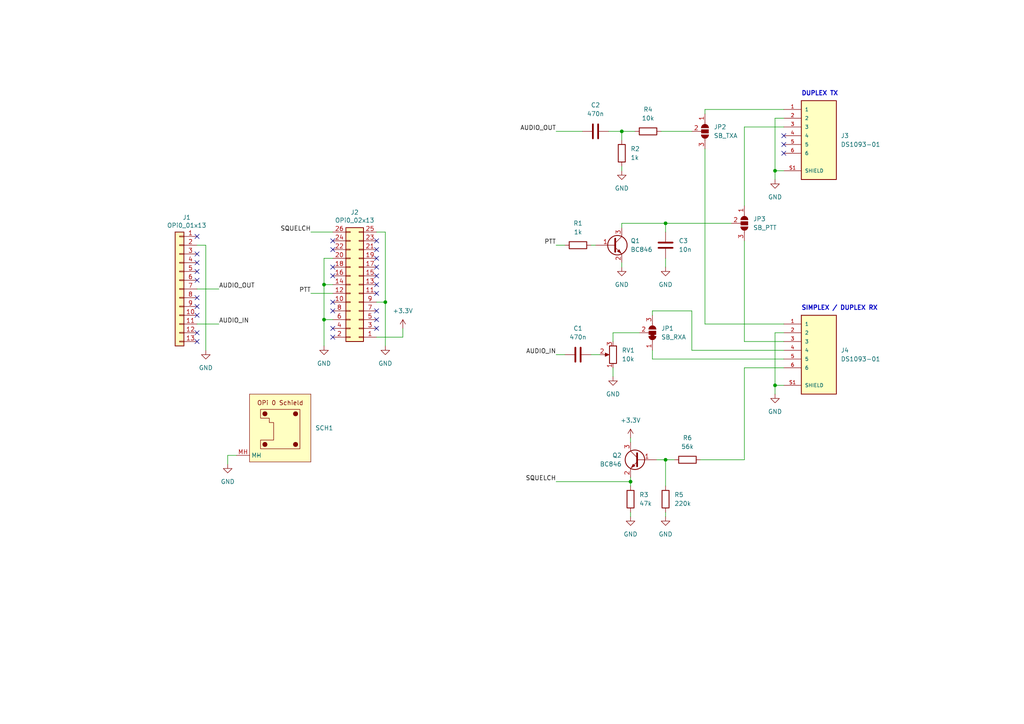
<source format=kicad_sch>
(kicad_sch (version 20230121) (generator eeschema)
  (paper "A4")
  (title_block (title "Shield OrangePi zero SvxLink") (date "2023-10-15") (rev "1.0") (comment 1 "Authors: Quentin Rahms, Alexis Moyart"))
  (lib_symbols
    (symbol "Connector_Generic:Conn_01x13" (pin_names (offset 1.016) hide)
      (property "Reference" "J" (at 0 17.78 0))
      (property "Value" "Conn_01x13" (at 0 -17.78 0))
      (symbol "Conn_01x13_1_1"
        (rectangle (start -1.27 -15.113) (end 0 -15.367) (stroke (width 0.1524)))
        (rectangle (start -1.27 -12.573) (end 0 -12.827) (stroke (width 0.1524)))
        (rectangle (start -1.27 -10.033) (end 0 -10.287) (stroke (width 0.1524)))
        (rectangle (start -1.27 -7.493) (end 0 -7.747) (stroke (width 0.1524)))
        (rectangle (start -1.27 -4.953) (end 0 -5.207) (stroke (width 0.1524)))
        (rectangle (start -1.27 -2.413) (end 0 -2.667) (stroke (width 0.1524)))
        (rectangle (start -1.27 0.127) (end 0 -0.127) (stroke (width 0.1524)))
        (rectangle (start -1.27 2.667) (end 0 2.413) (stroke (width 0.1524)))
        (rectangle (start -1.27 5.207) (end 0 4.953) (stroke (width 0.1524)))
        (rectangle (start -1.27 7.747) (end 0 7.493) (stroke (width 0.1524)))
        (rectangle (start -1.27 10.287) (end 0 10.033) (stroke (width 0.1524)))
        (rectangle (start -1.27 12.827) (end 0 12.573) (stroke (width 0.1524)))
        (rectangle (start -1.27 15.367) (end 0 15.113) (stroke (width 0.1524)))
        (rectangle (start -1.27 16.51) (end 1.27 -16.51) (stroke (width 0.254)) (fill (type background)))
        (pin passive line (at -5.08 15.24 0) (length 3.81) (name "Pin_1") (number "1"))
        (pin passive line (at -5.08 -7.62 0) (length 3.81) (name "Pin_10") (number "10"))
        (pin passive line (at -5.08 -10.16 0) (length 3.81) (name "Pin_11") (number "11"))
        (pin passive line (at -5.08 -12.7 0) (length 3.81) (name "Pin_12") (number "12"))
        (pin passive line (at -5.08 -15.24 0) (length 3.81) (name "Pin_13") (number "13"))
        (pin passive line (at -5.08 12.7 0) (length 3.81) (name "Pin_2") (number "2"))
        (pin passive line (at -5.08 10.16 0) (length 3.81) (name "Pin_3") (number "3"))
        (pin passive line (at -5.08 7.62 0) (length 3.81) (name "Pin_4") (number "4"))
        (pin passive line (at -5.08 5.08 0) (length 3.81) (name "Pin_5") (number "5"))
        (pin passive line (at -5.08 2.54 0) (length 3.81) (name "Pin_6") (number "6"))
        (pin passive line (at -5.08 0 0) (length 3.81) (name "Pin_7") (number "7"))
        (pin passive line (at -5.08 -2.54 0) (length 3.81) (name "Pin_8") (number "8"))
        (pin passive line (at -5.08 -5.08 0) (length 3.81) (name "Pin_9") (number "9"))
      )
    )
    (symbol "Connector_Generic:Conn_02x13_Odd_Even" (pin_names (offset 1.016) hide)
      (property "Reference" "J" (at 1.27 17.78 0))
      (property "Value" "Conn_02x13_Odd_Even" (at 1.27 -17.78 0))
      (symbol "Conn_02x13_Odd_Even_1_1"
        (rectangle (start -1.27 -15.113) (end 0 -15.367) (stroke (width 0.1524)))
        (rectangle (start -1.27 -12.573) (end 0 -12.827) (stroke (width 0.1524)))
        (rectangle (start -1.27 -10.033) (end 0 -10.287) (stroke (width 0.1524)))
        (rectangle (start -1.27 -7.493) (end 0 -7.747) (stroke (width 0.1524)))
        (rectangle (start -1.27 -4.953) (end 0 -5.207) (stroke (width 0.1524)))
        (rectangle (start -1.27 -2.413) (end 0 -2.667) (stroke (width 0.1524)))
        (rectangle (start -1.27 0.127) (end 0 -0.127) (stroke (width 0.1524)))
        (rectangle (start -1.27 2.667) (end 0 2.413) (stroke (width 0.1524)))
        (rectangle (start -1.27 5.207) (end 0 4.953) (stroke (width 0.1524)))
        (rectangle (start -1.27 7.747) (end 0 7.493) (stroke (width 0.1524)))
        (rectangle (start -1.27 10.287) (end 0 10.033) (stroke (width 0.1524)))
        (rectangle (start -1.27 12.827) (end 0 12.573) (stroke (width 0.1524)))
        (rectangle (start -1.27 15.367) (end 0 15.113) (stroke (width 0.1524)))
        (rectangle (start -1.27 16.51) (end 3.81 -16.51) (stroke (width 0.254)) (fill (type background)))
        (rectangle (start 3.81 -15.113) (end 2.54 -15.367) (stroke (width 0.1524)))
        (rectangle (start 3.81 -12.573) (end 2.54 -12.827) (stroke (width 0.1524)))
        (rectangle (start 3.81 -10.033) (end 2.54 -10.287) (stroke (width 0.1524)))
        (rectangle (start 3.81 -7.493) (end 2.54 -7.747) (stroke (width 0.1524)))
        (rectangle (start 3.81 -4.953) (end 2.54 -5.207) (stroke (width 0.1524)))
        (rectangle (start 3.81 -2.413) (end 2.54 -2.667) (stroke (width 0.1524)))
        (rectangle (start 3.81 0.127) (end 2.54 -0.127) (stroke (width 0.1524)))
        (rectangle (start 3.81 2.667) (end 2.54 2.413) (stroke (width 0.1524)))
        (rectangle (start 3.81 5.207) (end 2.54 4.953) (stroke (width 0.1524)))
        (rectangle (start 3.81 7.747) (end 2.54 7.493) (stroke (width 0.1524)))
        (rectangle (start 3.81 10.287) (end 2.54 10.033) (stroke (width 0.1524)))
        (rectangle (start 3.81 12.827) (end 2.54 12.573) (stroke (width 0.1524)))
        (rectangle (start 3.81 15.367) (end 2.54 15.113) (stroke (width 0.1524)))
        (pin passive line (at -5.08 15.24 0) (length 3.81) (name "Pin_1") (number "1"))
        (pin passive line (at 7.62 5.08 180) (length 3.81) (name "Pin_10") (number "10"))
        (pin passive line (at -5.08 2.54 0) (length 3.81) (name "Pin_11") (number "11"))
        (pin passive line (at 7.62 2.54 180) (length 3.81) (name "Pin_12") (number "12"))
        (pin passive line (at -5.08 0 0) (length 3.81) (name "Pin_13") (number "13"))
        (pin passive line (at 7.62 0 180) (length 3.81) (name "Pin_14") (number "14"))
        (pin passive line (at -5.08 -2.54 0) (length 3.81) (name "Pin_15") (number "15"))
        (pin passive line (at 7.62 -2.54 180) (length 3.81) (name "Pin_16") (number "16"))
        (pin passive line (at -5.08 -5.08 0) (length 3.81) (name "Pin_17") (number "17"))
        (pin passive line (at 7.62 -5.08 180) (length 3.81) (name "Pin_18") (number "18"))
        (pin passive line (at -5.08 -7.62 0) (length 3.81) (name "Pin_19") (number "19"))
        (pin passive line (at 7.62 15.24 180) (length 3.81) (name "Pin_2") (number "2"))
        (pin passive line (at 7.62 -7.62 180) (length 3.81) (name "Pin_20") (number "20"))
        (pin passive line (at -5.08 -10.16 0) (length 3.81) (name "Pin_21") (number "21"))
        (pin passive line (at 7.62 -10.16 180) (length 3.81) (name "Pin_22") (number "22"))
        (pin passive line (at -5.08 -12.7 0) (length 3.81) (name "Pin_23") (number "23"))
        (pin passive line (at 7.62 -12.7 180) (length 3.81) (name "Pin_24") (number "24"))
        (pin passive line (at -5.08 -15.24 0) (length 3.81) (name "Pin_25") (number "25"))
        (pin passive line (at 7.62 -15.24 180) (length 3.81) (name "Pin_26") (number "26"))
        (pin passive line (at -5.08 12.7 0) (length 3.81) (name "Pin_3") (number "3"))
        (pin passive line (at 7.62 12.7 180) (length 3.81) (name "Pin_4") (number "4"))
        (pin passive line (at -5.08 10.16 0) (length 3.81) (name "Pin_5") (number "5"))
        (pin passive line (at 7.62 10.16 180) (length 3.81) (name "Pin_6") (number "6"))
        (pin passive line (at -5.08 7.62 0) (length 3.81) (name "Pin_7") (number "7"))
        (pin passive line (at 7.62 7.62 180) (length 3.81) (name "Pin_8") (number "8"))
        (pin passive line (at -5.08 5.08 0) (length 3.81) (name "Pin_9") (number "9"))
      )
    )
    (symbol "Device:C" (pin_numbers hide) (pin_names (offset 0.254))
      (property "Reference" "C" (at 0.635 2.54 0))
      (property "Value" "C" (at 0.635 -2.54 0))
      (symbol "C_0_1"
        (polyline (pts (xy -2.032 -0.762) (xy 2.032 -0.762)) (stroke (width 0.508)))
        (polyline (pts (xy -2.032 0.762) (xy 2.032 0.762)) (stroke (width 0.508)))
      )
      (symbol "C_1_1"
        (pin passive line (at 0 3.81 270) (length 2.794) (name "~") (number "1"))
        (pin passive line (at 0 -3.81 90) (length 2.794) (name "~") (number "2"))
      )
    )
    (symbol "Device:R" (pin_numbers hide) (pin_names (offset 0))
      (property "Reference" "R" (at 2.032 0 90))
      (property "Value" "R" (at 0 0 90))
      (symbol "R_0_1"
        (rectangle (start -1.016 -2.54) (end 1.016 2.54) (stroke (width 0.254)))
      )
      (symbol "R_1_1"
        (pin passive line (at 0 3.81 270) (length 1.27) (name "~") (number "1"))
        (pin passive line (at 0 -3.81 90) (length 1.27) (name "~") (number "2"))
      )
    )
    (symbol "Device:R_Potentiometer" (pin_names (offset 1.016) hide)
      (property "Reference" "RV" (at -4.445 0 90))
      (property "Value" "R_Potentiometer" (at -2.54 0 90))
      (symbol "R_Potentiometer_0_1"
        (polyline (pts (xy 2.54 0) (xy 1.524 0)))
        (polyline (pts (xy 1.143 0) (xy 2.286 0.508) (xy 2.286 -0.508) (xy 1.143 0)) (fill (type outline)))
        (rectangle (start 1.016 2.54) (end -1.016 -2.54) (stroke (width 0.254)))
      )
      (symbol "R_Potentiometer_1_1"
        (pin passive line (at 0 3.81 270) (length 1.27) (name "1") (number "1"))
        (pin passive line (at 3.81 0 180) (length 1.27) (name "2") (number "2"))
        (pin passive line (at 0 -3.81 90) (length 1.27) (name "3") (number "3"))
      )
    )
    (symbol "Jumper:SolderJumper_3_Bridged12" (pin_names (offset 0) hide)
      (property "Reference" "JP" (at -2.54 -2.54 0))
      (property "Value" "SolderJumper_3_Bridged12" (at 0 2.794 0))
      (symbol "SolderJumper_3_Bridged12_0_1"
        (rectangle (start -1.016 0.508) (end -0.508 -0.508) (fill (type outline)))
        (arc (start -1.016 1.016) (mid -2.0276 0) (end -1.016 -1.016))
        (arc (start -1.016 1.016) (mid -2.0276 0) (end -1.016 -1.016) (fill (type outline)))
        (rectangle (start -0.508 1.016) (end 0.508 -1.016) (fill (type outline)))
        (polyline (pts (xy -2.54 0) (xy -2.032 0)))
        (polyline (pts (xy -1.016 1.016) (xy -1.016 -1.016)))
        (polyline (pts (xy 0 -1.27) (xy 0 -1.016)))
        (polyline (pts (xy 1.016 1.016) (xy 1.016 -1.016)))
        (polyline (pts (xy 2.54 0) (xy 2.032 0)))
        (arc (start 1.016 -1.016) (mid 2.0276 0) (end 1.016 1.016))
        (arc (start 1.016 -1.016) (mid 2.0276 0) (end 1.016 1.016) (fill (type outline)))
      )
      (symbol "SolderJumper_3_Bridged12_1_1"
        (pin passive line (at -5.08 0 0) (length 2.54) (name "A") (number "1"))
        (pin passive line (at 0 -3.81 90) (length 2.54) (name "C") (number "2"))
        (pin passive line (at 5.08 0 180) (length 2.54) (name "B") (number "3"))
      )
    )
    (symbol "Jumper:SolderJumper_3_Open" (pin_names (offset 0) hide)
      (property "Reference" "JP" (at -2.54 -2.54 0))
      (property "Value" "SolderJumper_3_Open" (at 0 2.794 0))
      (symbol "SolderJumper_3_Open_0_1"
        (arc (start -1.016 1.016) (mid -2.0276 0) (end -1.016 -1.016))
        (arc (start -1.016 1.016) (mid -2.0276 0) (end -1.016 -1.016) (fill (type outline)))
        (rectangle (start -0.508 1.016) (end 0.508 -1.016) (fill (type outline)))
        (polyline (pts (xy -2.54 0) (xy -2.032 0)))
        (polyline (pts (xy -1.016 1.016) (xy -1.016 -1.016)))
        (polyline (pts (xy 0 -1.27) (xy 0 -1.016)))
        (polyline (pts (xy 1.016 1.016) (xy 1.016 -1.016)))
        (polyline (pts (xy 2.54 0) (xy 2.032 0)))
        (arc (start 1.016 -1.016) (mid 2.0276 0) (end 1.016 1.016))
        (arc (start 1.016 -1.016) (mid 2.0276 0) (end 1.016 1.016) (fill (type outline)))
      )
      (symbol "SolderJumper_3_Open_1_1"
        (pin passive line (at -5.08 0 0) (length 2.54) (name "A") (number "1"))
        (pin passive line (at 0 -3.81 90) (length 2.54) (name "C") (number "2"))
        (pin passive line (at 5.08 0 180) (length 2.54) (name "B") (number "3"))
      )
    )
    (symbol "Orange-Pi-radio:DS1093-01" (pin_names (offset 1.016))
      (property "Reference" "J" (at -5.08 10.922 0))
      (property "Value" "DS1093-01" (at -5.08 -15.24 0))
      (symbol "DS1093-01_0_0"
        (rectangle (start -5.08 -12.7) (end 5.08 10.16) (stroke (width 0.254)) (fill (type background)))
        (pin passive line (at -10.16 7.62 0) (length 5.08) (name "1") (number "1"))
        (pin passive line (at -10.16 5.08 0) (length 5.08) (name "2") (number "2"))
        (pin passive line (at -10.16 2.54 0) (length 5.08) (name "3") (number "3"))
        (pin passive line (at -10.16 0 0) (length 5.08) (name "4") (number "4"))
        (pin passive line (at -10.16 -2.54 0) (length 5.08) (name "5") (number "5"))
        (pin passive line (at -10.16 -5.08 0) (length 5.08) (name "6") (number "6"))
        (pin passive line (at -10.16 -10.16 0) (length 5.08) (name "SHIELD") (number "S1"))
      )
      (symbol "DS1093-01_1_0"
        (pin passive line (at -10.16 -10.16 0) (length 5.08) hide (name "SHIELD") (number "S2"))
        (pin passive line (at -10.16 -10.16 0) (length 5.08) hide (name "SHIELD") (number "S3"))
      )
    )
    (symbol "Orange-Pi-radio:OPi0_schield"
      (property "Reference" "SCH" (at 0 -11.43 0))
      (symbol "OPi0_schield_1_1"
        (rectangle (start -8.89 10.16) (end 8.89 -9.525) (fill (type background)))
        (circle (center -4.445 -4.445) (radius 0.635) (fill (type outline)))
        (circle (center -4.445 4.445) (radius 0.635) (fill (type outline)))
        (polyline (pts (xy -5.715 5.715) (xy 5.715 5.715) (xy 5.715 -5.715) (xy -5.715 -5.715) (xy -5.715 -3.175) (xy -1.905 -3.175) (xy -1.905 1.905) (xy -3.175 1.905) (xy -3.175 3.175) (xy -5.715 3.175) (xy -5.715 5.715)))
        (circle (center 4.445 -4.445) (radius 0.635) (fill (type outline)))
        (circle (center 4.445 4.445) (radius 0.635) (fill (type outline)))
        (text "OPi 0 Schield\n" (at 0 7.62 0) (effects (font (size 1.27 1.27))))
        (pin input line (at -12.7 -7.62 0) (length 3.81) (name "MH") (number "MH"))
      )
    )
    (symbol "Transistor_BJT:BC846" (pin_names (offset 0) hide)
      (property "Reference" "Q" (at 5.08 1.905 0))
      (property "Value" "BC846" (at 5.08 0 0))
      (symbol "BC846_0_1"
        (polyline (pts (xy 0.635 0.635) (xy 2.54 2.54)))
        (polyline (pts (xy 0.635 -0.635) (xy 2.54 -2.54) (xy 2.54 -2.54)))
        (polyline (pts (xy 0.635 1.905) (xy 0.635 -1.905) (xy 0.635 -1.905)) (stroke (width 0.508)))
        (polyline (pts (xy 1.27 -1.778) (xy 1.778 -1.27) (xy 2.286 -2.286) (xy 1.27 -1.778) (xy 1.27 -1.778)) (fill (type outline)))
        (circle (center 1.27 0) (radius 2.8194) (stroke (width 0.254)))
      )
      (symbol "BC846_1_1"
        (pin input line (at -5.08 0 0) (length 5.715) (name "B") (number "1"))
        (pin passive line (at 2.54 -5.08 90) (length 2.54) (name "E") (number "2"))
        (pin passive line (at 2.54 5.08 270) (length 2.54) (name "C") (number "3"))
      )
    )
    (symbol "power:+3.3V" (power) (pin_names (offset 0))
      (property "Value" "+3.3V" (at 0 3.556 0))
      (symbol "+3.3V_0_1"
        (polyline (pts (xy -0.762 1.27) (xy 0 2.54)))
        (polyline (pts (xy 0 0) (xy 0 2.54)))
        (polyline (pts (xy 0 2.54) (xy 0.762 1.27)))
      )
      (symbol "+3.3V_1_1"
        (pin power_in line (at 0 0 90) (length 0) hide (name "+3.3V") (number "1"))
      )
    )
    (symbol "power:GND" (power) (pin_names (offset 0))
      (property "Value" "GND" (at 0 -3.81 0))
      (symbol "GND_0_1"
        (polyline (pts (xy 0 0) (xy 0 -1.27) (xy 1.27 -1.27) (xy 0 -2.54) (xy -1.27 -1.27) (xy 0 -1.27)))
      )
      (symbol "GND_1_1"
        (pin power_in line (at 0 0 270) (length 0) hide (name "GND") (number "1"))
      )
    )
  )
  (junction (at 193.04 64.77))
  (junction (at 193.04 133.35))
  (junction (at 182.88 139.7))
  (junction (at 180.34 38.1))
  (junction (at 224.79 111.76))
  (junction (at 224.79 49.53))
  (junction (at 93.98 92.71))
  (junction (at 111.76 87.63))
  (junction (at 93.98 82.55))
  (no_connect (at 227.33 44.45))
  (no_connect (at 57.15 86.36))
  (no_connect (at 227.33 39.37))
  (no_connect (at 109.22 77.47))
  (no_connect (at 96.52 97.79))
  (no_connect (at 57.15 78.74))
  (no_connect (at 57.15 96.52))
  (no_connect (at 96.52 72.39))
  (no_connect (at 96.52 95.25))
  (no_connect (at 57.15 99.06))
  (no_connect (at 57.15 73.66))
  (no_connect (at 109.22 82.55))
  (no_connect (at 96.52 69.85))
  (no_connect (at 109.22 80.01))
  (no_connect (at 109.22 92.71))
  (no_connect (at 57.15 91.44))
  (no_connect (at 227.33 41.91))
  (no_connect (at 109.22 69.85))
  (no_connect (at 109.22 95.25))
  (no_connect (at 57.15 88.9))
  (no_connect (at 109.22 85.09))
  (no_connect (at 109.22 90.17))
  (no_connect (at 109.22 74.93))
  (no_connect (at 57.15 68.58))
  (no_connect (at 109.22 72.39))
  (no_connect (at 96.52 80.01))
  (no_connect (at 96.52 90.17))
  (no_connect (at 96.52 87.63))
  (no_connect (at 96.52 77.47))
  (no_connect (at 57.15 76.2))
  (no_connect (at 57.15 81.28))
  (wire (pts (xy 93.98 92.71) (xy 93.98 100.33)))
  (wire (pts (xy 189.23 90.17) (xy 200.66 90.17)))
  (wire (pts (xy 224.79 111.76) (xy 227.33 111.76)))
  (wire (pts (xy 224.79 114.3) (xy 224.79 111.76)))
  (wire (pts (xy 193.04 133.35) (xy 195.58 133.35)))
  (wire (pts (xy 215.9 99.06) (xy 227.33 99.06)))
  (wire (pts (xy 177.8 96.52) (xy 185.42 96.52)))
  (wire (pts (xy 193.04 64.77) (xy 193.04 67.31)))
  (wire (pts (xy 193.04 64.77) (xy 180.34 64.77)))
  (wire (pts (xy 204.47 93.98) (xy 227.33 93.98)))
  (wire (pts (xy 189.23 104.14) (xy 189.23 101.6)))
  (wire (pts (xy 180.34 76.2) (xy 180.34 77.47)))
  (wire (pts (xy 189.23 104.14) (xy 227.33 104.14)))
  (wire (pts (xy 215.9 69.85) (xy 215.9 99.06)))
  (wire (pts (xy 204.47 33.02) (xy 204.47 31.75)))
  (wire (pts (xy 193.04 133.35) (xy 193.04 140.97)))
  (wire (pts (xy 212.09 64.77) (xy 193.04 64.77)))
  (wire (pts (xy 193.04 148.59) (xy 193.04 149.86)))
  (wire (pts (xy 93.98 82.55) (xy 93.98 92.71)))
  (wire (pts (xy 59.69 71.12) (xy 59.69 101.6)))
  (wire (pts (xy 57.15 93.98) (xy 63.5 93.98)))
  (wire (pts (xy 224.79 96.52) (xy 227.33 96.52)))
  (wire (pts (xy 224.79 111.76) (xy 224.79 96.52)))
  (wire (pts (xy 177.8 99.06) (xy 177.8 96.52)))
  (wire (pts (xy 161.29 38.1) (xy 168.91 38.1)))
  (wire (pts (xy 193.04 74.93) (xy 193.04 77.47)))
  (wire (pts (xy 161.29 139.7) (xy 182.88 139.7)))
  (wire (pts (xy 215.9 59.69) (xy 215.9 36.83)))
  (wire (pts (xy 176.53 38.1) (xy 180.34 38.1)))
  (wire (pts (xy 203.2 133.35) (xy 215.9 133.35)))
  (wire (pts (xy 116.84 95.25) (xy 116.84 97.79)))
  (wire (pts (xy 93.98 74.93) (xy 96.52 74.93)))
  (wire (pts (xy 204.47 43.18) (xy 204.47 93.98)))
  (wire (pts (xy 182.88 127) (xy 182.88 128.27)))
  (wire (pts (xy 111.76 87.63) (xy 111.76 100.33)))
  (wire (pts (xy 184.15 38.1) (xy 180.34 38.1)))
  (wire (pts (xy 171.45 71.12) (xy 172.72 71.12)))
  (wire (pts (xy 215.9 36.83) (xy 227.33 36.83)))
  (wire (pts (xy 180.34 38.1) (xy 180.34 40.64)))
  (wire (pts (xy 182.88 139.7) (xy 182.88 140.97)))
  (wire (pts (xy 90.17 85.09) (xy 96.52 85.09)))
  (wire (pts (xy 215.9 133.35) (xy 215.9 106.68)))
  (wire (pts (xy 66.04 132.08) (xy 68.58 132.08)))
  (wire (pts (xy 171.45 102.87) (xy 173.99 102.87)))
  (wire (pts (xy 57.15 83.82) (xy 63.5 83.82)))
  (wire (pts (xy 109.22 67.31) (xy 111.76 67.31)))
  (wire (pts (xy 93.98 82.55) (xy 96.52 82.55)))
  (wire (pts (xy 116.84 97.79) (xy 109.22 97.79)))
  (wire (pts (xy 200.66 90.17) (xy 200.66 101.6)))
  (wire (pts (xy 93.98 74.93) (xy 93.98 82.55)))
  (wire (pts (xy 224.79 49.53) (xy 227.33 49.53)))
  (wire (pts (xy 204.47 31.75) (xy 227.33 31.75)))
  (wire (pts (xy 90.17 67.31) (xy 96.52 67.31)))
  (wire (pts (xy 191.77 38.1) (xy 200.66 38.1)))
  (wire (pts (xy 180.34 48.26) (xy 180.34 49.53)))
  (wire (pts (xy 182.88 148.59) (xy 182.88 149.86)))
  (wire (pts (xy 93.98 92.71) (xy 96.52 92.71)))
  (wire (pts (xy 66.04 134.62) (xy 66.04 132.08)))
  (wire (pts (xy 189.23 91.44) (xy 189.23 90.17)))
  (wire (pts (xy 180.34 64.77) (xy 180.34 66.04)))
  (wire (pts (xy 111.76 67.31) (xy 111.76 87.63)))
  (wire (pts (xy 57.15 71.12) (xy 59.69 71.12)))
  (wire (pts (xy 109.22 87.63) (xy 111.76 87.63)))
  (wire (pts (xy 200.66 101.6) (xy 227.33 101.6)))
  (wire (pts (xy 224.79 34.29) (xy 227.33 34.29)))
  (wire (pts (xy 182.88 138.43) (xy 182.88 139.7)))
  (wire (pts (xy 224.79 49.53) (xy 224.79 34.29)))
  (wire (pts (xy 177.8 106.68) (xy 177.8 109.22)))
  (wire (pts (xy 224.79 52.07) (xy 224.79 49.53)))
  (wire (pts (xy 215.9 106.68) (xy 227.33 106.68)))
  (wire (pts (xy 161.29 102.87) (xy 163.83 102.87)))
  (wire (pts (xy 161.29 71.12) (xy 163.83 71.12)))
  (wire (pts (xy 190.5 133.35) (xy 193.04 133.35)))
  (text "SIMPLEX / DUPLEX RX" (at 232.41 90.17 0) (effects (font (size 1.27 1.27) (thickness 0.254) bold) (justify left bottom)))
  (text "DUPLEX TX" (at 232.41 27.94 0) (effects (font (size 1.27 1.27) (thickness 0.254) bold) (justify left bottom)))
  (label "AUDIO_IN" (at 63.5 93.98 0))
  (label "AUDIO_IN" (at 161.29 102.87 180))
  (label "AUDIO_OUT" (at 161.29 38.1 180))
  (label "PTT" (at 90.17 85.09 180))
  (label "SQUELCH" (at 161.29 139.7 180))
  (label "SQUELCH" (at 90.17 67.31 180))
  (label "PTT" (at 161.29 71.12 180))
  (label "AUDIO_OUT" (at 63.5 83.82 0))
  (symbol (lib_id "Connector_Generic:Conn_01x13") (at 52.07 83.82 0) (mirror y) (unit 1)
    (property "Reference" "J1" (at 54.1528 63.0682 0))
    (property "Value" "OPi0_01x13" (at 54.1528 65.3796 0))
    (property "Footprint" "Connector_PinSocket_2.54mm:PinSocket_1x13_P2.54mm_Vertical" (effects hide))
    (property "Provider1" "LCSC" (effects hide))
    (property "RefProvider1" "C2932703" (effects hide))
  )
  (symbol (lib_id "Connector_Generic:Conn_02x13_Odd_Even") (at 104.14 82.55 180) (unit 1)
    (property "Reference" "J2" (at 102.87 61.595 0))
    (property "Value" "OPi0_02x13" (at 102.87 63.9064 0))
    (property "Footprint" "Connector_PinSocket_2.54mm:PinSocket_2x13_P2.54mm_Vertical" (effects hide))
    (property "Provider1" "LCSC" (effects hide))
    (property "RefProvider1" "C2894974" (effects hide))
  )
  (symbol (lib_id "power:GND") (at 93.98 100.33 0) (unit 1)
    (property "Reference" "#PWR03" (effects hide))
    (property "Value" "GND" (at 93.98 105.41 0))
  )
  (symbol (lib_id "power:GND") (at 59.69 101.6 0) (unit 1)
    (property "Reference" "#PWR01" (effects hide))
    (property "Value" "GND" (at 59.69 106.68 0))
  )
  (symbol (lib_id "power:GND") (at 180.34 77.47 0) (unit 1)
    (property "Reference" "#PWR08" (effects hide))
    (property "Value" "GND" (at 180.34 82.55 0))
  )
  (symbol (lib_id "power:+3.3V") (at 116.84 95.25 0) (unit 1)
    (property "Reference" "#PWR05" (effects hide))
    (property "Value" "+3.3V" (at 116.84 90.17 0))
  )
  (symbol (lib_id "Transistor_BJT:BC846") (at 185.42 133.35 0) (mirror y) (unit 1)
    (property "Reference" "Q2" (at 180.34 132.08 0) (effects (justify left)))
    (property "Value" "BC846" (at 180.34 134.62 0) (effects (justify left)))
    (property "Footprint" "Package_TO_SOT_SMD:SOT-23" (effects hide))
    (property "Datasheet" "https://assets.nexperia.com/documents/data-sheet/BC846_SER.pdf" (effects hide))
    (property "Provider1" "LCSC" (effects hide))
    (property "RefProvider1" "C397191" (effects hide))
  )
  (symbol (lib_id "power:GND") (at 182.88 149.86 0) (unit 1)
    (property "Reference" "#PWR010" (effects hide))
    (property "Value" "GND" (at 182.88 154.94 0))
  )
  (symbol (lib_id "power:GND") (at 224.79 52.07 0) (unit 1)
    (property "Reference" "#PWR013" (effects hide))
    (property "Value" "GND" (at 224.79 57.15 0))
  )
  (symbol (lib_id "Device:R") (at 193.04 144.78 0) (unit 1)
    (property "Reference" "R5" (at 195.58 143.51 0) (effects (justify left)))
    (property "Value" "220k" (at 195.58 146.05 0) (effects (justify left)))
    (property "Footprint" "Resistor_SMD:R_0603_1608Metric_Pad0.98x0.95mm_HandSolder" (effects hide))
    (property "Provider1" "LCSC" (effects hide))
    (property "RefProvider1" "C2074263" (effects hide))
  )
  (symbol (lib_id "Device:R") (at 182.88 144.78 0) (unit 1)
    (property "Reference" "R3" (at 185.42 143.51 0) (effects (justify left)))
    (property "Value" "47k" (at 185.42 146.05 0) (effects (justify left)))
    (property "Footprint" "Resistor_SMD:R_0603_1608Metric_Pad0.98x0.95mm_HandSolder" (effects hide))
    (property "Provider1" "LCSC" (effects hide))
    (property "RefProvider1" "C307918" (effects hide))
  )
  (symbol (lib_id "power:GND") (at 177.8 109.22 0) (unit 1)
    (property "Reference" "#PWR06" (effects hide))
    (property "Value" "GND" (at 177.8 114.3 0))
  )
  (symbol (lib_id "Device:R") (at 167.64 71.12 90) (unit 1)
    (property "Reference" "R1" (at 167.64 64.77 90))
    (property "Value" "1k" (at 167.64 67.31 90))
    (property "Footprint" "Resistor_SMD:R_0603_1608Metric_Pad0.98x0.95mm_HandSolder" (effects hide))
    (property "Provider1" "LCSC" (effects hide))
    (property "RefProvider1" "C2653986" (effects hide))
  )
  (symbol (lib_id "power:GND") (at 111.76 100.33 0) (unit 1)
    (property "Reference" "#PWR04" (effects hide))
    (property "Value" "GND" (at 111.76 105.41 0))
  )
  (symbol (lib_id "power:GND") (at 180.34 49.53 0) (unit 1)
    (property "Reference" "#PWR07" (effects hide))
    (property "Value" "GND" (at 180.34 54.61 0))
  )
  (symbol (lib_id "Device:R") (at 180.34 44.45 0) (unit 1)
    (property "Reference" "R2" (at 182.88 43.18 0) (effects (justify left)))
    (property "Value" "1k" (at 182.88 45.72 0) (effects (justify left)))
    (property "Footprint" "Resistor_SMD:R_0603_1608Metric_Pad0.98x0.95mm_HandSolder" (effects hide))
    (property "Provider1" "LCSC" (effects hide))
    (property "RefProvider1" "C2653986" (effects hide))
  )
  (symbol (lib_id "Jumper:SolderJumper_3_Open") (at 204.47 38.1 270) (unit 1)
    (property "Reference" "JP2" (at 207.01 36.83 90) (effects (justify left)))
    (property "Value" "SB_TXA" (at 207.01 39.37 90) (effects (justify left)))
    (property "Footprint" "Jumper:SolderJumper-3_P1.3mm_Open_RoundedPad1.0x1.5mm" (effects hide))
  )
  (symbol (lib_id "Device:C") (at 167.64 102.87 90) (unit 1)
    (property "Reference" "C1" (at 167.64 95.25 90))
    (property "Value" "470n" (at 167.64 97.79 90))
    (property "Footprint" "Capacitor_SMD:C_0603_1608Metric_Pad1.08x0.95mm_HandSolder" (effects hide))
    (property "Provider1" "LCSC" (effects hide))
    (property "RefProvider1" "C1623" (effects hide))
  )
  (symbol (lib_id "Device:R") (at 187.96 38.1 90) (unit 1)
    (property "Reference" "R4" (at 187.96 31.75 90))
    (property "Value" "10k" (at 187.96 34.29 90))
    (property "Footprint" "Resistor_SMD:R_0603_1608Metric_Pad0.98x0.95mm_HandSolder" (effects hide))
    (property "Provider1" "LCSC" (effects hide))
    (property "RefProvider1" "C510087" (effects hide))
  )
  (symbol (lib_id "power:GND") (at 193.04 77.47 0) (unit 1)
    (property "Reference" "#PWR011" (effects hide))
    (property "Value" "GND" (at 193.04 82.55 0))
  )
  (symbol (lib_id "Transistor_BJT:BC846") (at 177.8 71.12 0) (unit 1)
    (property "Reference" "Q1" (at 182.88 69.85 0) (effects (justify left)))
    (property "Value" "BC846" (at 182.88 72.39 0) (effects (justify left)))
    (property "Footprint" "Package_TO_SOT_SMD:SOT-23" (effects hide))
    (property "Datasheet" "https://assets.nexperia.com/documents/data-sheet/BC846_SER.pdf" (effects hide))
    (property "Provider1" "LCSC" (effects hide))
    (property "RefProvider1" "C397191" (effects hide))
  )
  (symbol (lib_id "Orange-Pi-radio:DS1093-01") (at 237.49 101.6 0) (unit 1)
    (property "Reference" "J4" (at 243.84 101.6 0) (effects (justify left)))
    (property "Value" "DS1093-01" (at 243.84 104.14 0) (effects (justify left)))
    (property "Footprint" "Orange-Pi-radio:DS1093-01" (effects hide))
    (property "Provider1" "LCSC" (effects hide))
    (property "RefProvider1" "C77848" (effects hide))
  )
  (symbol (lib_id "Device:R") (at 199.39 133.35 90) (unit 1)
    (property "Reference" "R6" (at 199.39 127 90))
    (property "Value" "56k" (at 199.39 129.54 90))
    (property "Footprint" "Resistor_SMD:R_0603_1608Metric_Pad0.98x0.95mm_HandSolder" (effects hide))
    (property "Provider1" "LCSC" (effects hide))
    (property "RefProvider1" "C441901" (effects hide))
  )
  (symbol (lib_id "Orange-Pi-radio:OPi0_schield") (at 81.28 124.46 0) (unit 1)
    (property "Reference" "SCH1" (at 91.44 124.1425 0) (effects (justify left)))
    (property "Value" "~" (at 74.93 132.08 0))
    (property "Footprint" "Orange-Pi-radio:OPi0_schield" (effects hide))
  )
  (symbol (lib_id "power:GND") (at 224.79 114.3 0) (unit 1)
    (property "Reference" "#PWR014" (effects hide))
    (property "Value" "GND" (at 224.79 119.38 0))
  )
  (symbol (lib_id "power:+3.3V") (at 182.88 127 0) (unit 1)
    (property "Reference" "#PWR09" (effects hide))
    (property "Value" "+3.3V" (at 182.88 121.92 0))
  )
  (symbol (lib_id "power:GND") (at 193.04 149.86 0) (unit 1)
    (property "Reference" "#PWR012" (effects hide))
    (property "Value" "GND" (at 193.04 154.94 0))
  )
  (symbol (lib_id "Device:C") (at 172.72 38.1 90) (unit 1)
    (property "Reference" "C2" (at 172.72 30.48 90))
    (property "Value" "470n" (at 172.72 33.02 90))
    (property "Footprint" "Capacitor_SMD:C_0603_1608Metric_Pad1.08x0.95mm_HandSolder" (effects hide))
    (property "Provider1" "LCSC" (effects hide))
    (property "RefProvider1" "C1623" (effects hide))
  )
  (symbol (lib_id "Device:C") (at 193.04 71.12 0) (unit 1)
    (property "Reference" "C3" (at 196.85 69.85 0) (effects (justify left)))
    (property "Value" "10n" (at 196.85 72.39 0) (effects (justify left)))
    (property "Footprint" "Capacitor_SMD:C_0603_1608Metric_Pad1.08x0.95mm_HandSolder" (effects hide))
    (property "Provider1" "LCSC" (effects hide))
    (property "RefProvider1" "C100042" (effects hide))
  )
  (symbol (lib_id "Device:R_Potentiometer") (at 177.8 102.87 180) (unit 1)
    (property "Reference" "RV1" (at 180.34 101.6 0) (effects (justify right)))
    (property "Value" "10k" (at 180.34 104.14 0) (effects (justify right)))
    (property "Footprint" "Potentiometer_SMD:Potentiometer_Bourns_3314G_Vertical" (effects hide))
    (property "Provider1" "LCSC" (effects hide))
    (property "RefProvider1" "C780220" (effects hide))
  )
  (symbol (lib_id "Jumper:SolderJumper_3_Bridged12") (at 189.23 96.52 270) (mirror x) (unit 1)
    (property "Reference" "JP1" (at 191.77 95.25 90) (effects (justify left)))
    (property "Value" "SB_RXA" (at 191.77 97.79 90) (effects (justify left)))
    (property "Footprint" "Jumper:SolderJumper-3_P1.3mm_Bridged12_RoundedPad1.0x1.5mm" (effects hide))
  )
  (symbol (lib_id "power:GND") (at 66.04 134.62 0) (unit 1)
    (property "Reference" "#PWR02" (effects hide))
    (property "Value" "GND" (at 66.04 139.7 0))
  )
  (symbol (lib_id "Orange-Pi-radio:DS1093-01") (at 237.49 39.37 0) (unit 1)
    (property "Reference" "J3" (at 243.84 39.37 0) (effects (justify left)))
    (property "Value" "DS1093-01" (at 243.84 41.91 0) (effects (justify left)))
    (property "Footprint" "Orange-Pi-radio:DS1093-01" (effects hide))
    (property "Provider1" "LCSC" (effects hide))
    (property "RefProvider1" "C77848" (effects hide))
  )
  (symbol (lib_id "Jumper:SolderJumper_3_Open") (at 215.9 64.77 270) (unit 1)
    (property "Reference" "JP3" (at 218.44 63.5 90) (effects (justify left)))
    (property "Value" "SB_PTT" (at 218.44 66.04 90) (effects (justify left)))
    (property "Footprint" "Jumper:SolderJumper-3_P1.3mm_Open_RoundedPad1.0x1.5mm" (effects hide))
  )
)
</source>
